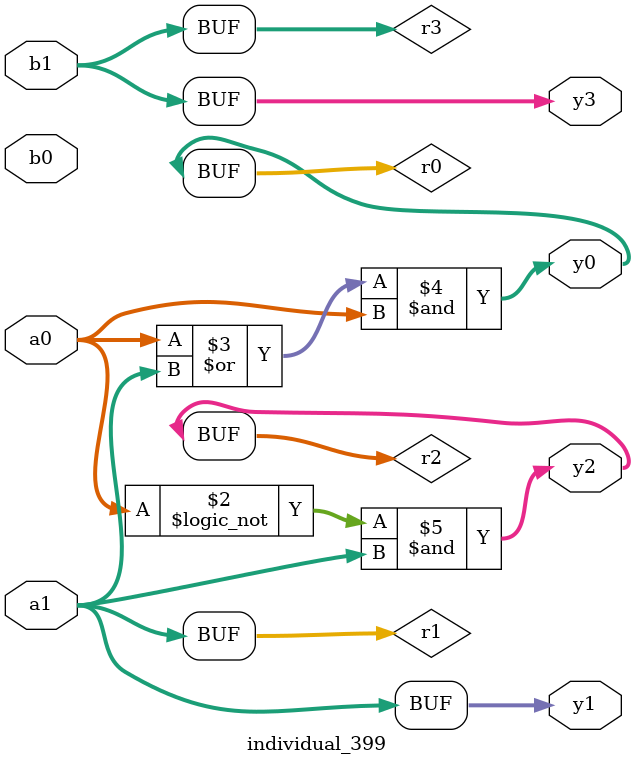
<source format=sv>
module individual_399(input logic [15:0] a1, input logic [15:0] a0, input logic [15:0] b1, input logic [15:0] b0, output logic [15:0] y3, output logic [15:0] y2, output logic [15:0] y1, output logic [15:0] y0);
logic [15:0] r0, r1, r2, r3; 
 always@(*) begin 
	 r0 = a0; r1 = a1; r2 = b0; r3 = b1; 
 	 r2 = ! r0 ;
 	 r0  |=  a1 ;
 	 r0  &=  a0 ;
 	 r2  &=  r1 ;
 	 y3 = r3; y2 = r2; y1 = r1; y0 = r0; 
end
endmodule
</source>
